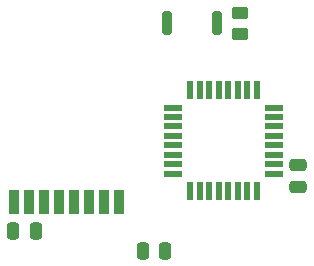
<source format=gbr>
G04 #@! TF.GenerationSoftware,KiCad,Pcbnew,(6.0.11)*
G04 #@! TF.CreationDate,2023-02-12T22:37:01+01:00*
G04 #@! TF.ProjectId,atmega328p-au--e01c-ml01s--bme280--cr2032,61746d65-6761-4333-9238-702d61752d2d,rev?*
G04 #@! TF.SameCoordinates,Original*
G04 #@! TF.FileFunction,Paste,Top*
G04 #@! TF.FilePolarity,Positive*
%FSLAX46Y46*%
G04 Gerber Fmt 4.6, Leading zero omitted, Abs format (unit mm)*
G04 Created by KiCad (PCBNEW (6.0.11)) date 2023-02-12 22:37:01*
%MOMM*%
%LPD*%
G01*
G04 APERTURE LIST*
G04 Aperture macros list*
%AMRoundRect*
0 Rectangle with rounded corners*
0 $1 Rounding radius*
0 $2 $3 $4 $5 $6 $7 $8 $9 X,Y pos of 4 corners*
0 Add a 4 corners polygon primitive as box body*
4,1,4,$2,$3,$4,$5,$6,$7,$8,$9,$2,$3,0*
0 Add four circle primitives for the rounded corners*
1,1,$1+$1,$2,$3*
1,1,$1+$1,$4,$5*
1,1,$1+$1,$6,$7*
1,1,$1+$1,$8,$9*
0 Add four rect primitives between the rounded corners*
20,1,$1+$1,$2,$3,$4,$5,0*
20,1,$1+$1,$4,$5,$6,$7,0*
20,1,$1+$1,$6,$7,$8,$9,0*
20,1,$1+$1,$8,$9,$2,$3,0*%
G04 Aperture macros list end*
%ADD10R,0.900000X2.000000*%
%ADD11RoundRect,0.250000X-0.250000X-0.475000X0.250000X-0.475000X0.250000X0.475000X-0.250000X0.475000X0*%
%ADD12RoundRect,0.250000X0.250000X0.475000X-0.250000X0.475000X-0.250000X-0.475000X0.250000X-0.475000X0*%
%ADD13RoundRect,0.200000X0.200000X0.800000X-0.200000X0.800000X-0.200000X-0.800000X0.200000X-0.800000X0*%
%ADD14RoundRect,0.250000X0.475000X-0.250000X0.475000X0.250000X-0.475000X0.250000X-0.475000X-0.250000X0*%
%ADD15R,1.600000X0.550000*%
%ADD16R,0.550000X1.600000*%
%ADD17RoundRect,0.250000X0.450000X-0.262500X0.450000X0.262500X-0.450000X0.262500X-0.450000X-0.262500X0*%
G04 APERTURE END LIST*
D10*
X99314786Y-76473664D03*
X100584786Y-76473664D03*
X101854786Y-76473664D03*
X103124786Y-76473664D03*
X104394786Y-76473664D03*
X105664786Y-76473664D03*
X106934786Y-76473664D03*
X108204786Y-76473664D03*
D11*
X110250000Y-80600000D03*
X112150000Y-80600000D03*
D12*
X101200000Y-78900000D03*
X99300000Y-78900000D03*
D13*
X116500000Y-61300000D03*
X112300000Y-61300000D03*
D14*
X123400000Y-75200000D03*
X123400000Y-73300000D03*
D15*
X112844000Y-68447000D03*
X112844000Y-69247000D03*
X112844000Y-70047000D03*
X112844000Y-70847000D03*
X112844000Y-71647000D03*
X112844000Y-72447000D03*
X112844000Y-73247000D03*
X112844000Y-74047000D03*
D16*
X114294000Y-75497000D03*
X115094000Y-75497000D03*
X115894000Y-75497000D03*
X116694000Y-75497000D03*
X117494000Y-75497000D03*
X118294000Y-75497000D03*
X119094000Y-75497000D03*
X119894000Y-75497000D03*
D15*
X121344000Y-74047000D03*
X121344000Y-73247000D03*
X121344000Y-72447000D03*
X121344000Y-71647000D03*
X121344000Y-70847000D03*
X121344000Y-70047000D03*
X121344000Y-69247000D03*
X121344000Y-68447000D03*
D16*
X119894000Y-66997000D03*
X119094000Y-66997000D03*
X118294000Y-66997000D03*
X117494000Y-66997000D03*
X116694000Y-66997000D03*
X115894000Y-66997000D03*
X115094000Y-66997000D03*
X114294000Y-66997000D03*
D17*
X118500000Y-62225000D03*
X118500000Y-60400000D03*
M02*

</source>
